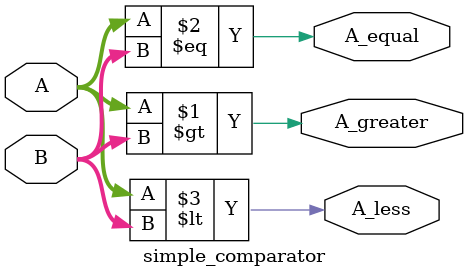
<source format=v>
module simple_comparator (
    input [3:0] A,
    input [3:0] B,
    output A_greater,
    output A_equal,
    output A_less
);

    assign A_greater = (A > B);
    assign A_equal   = (A == B);
    assign A_less    = (A < B);

endmodule
</source>
